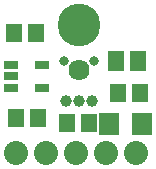
<source format=gts>
G75*
%MOIN*%
%OFA0B0*%
%FSLAX25Y25*%
%IPPOS*%
%LPD*%
%AMOC8*
5,1,8,0,0,1.08239X$1,22.5*
%
%ADD10R,0.05518X0.06306*%
%ADD11R,0.05124X0.02565*%
%ADD12C,0.08000*%
%ADD13C,0.14243*%
%ADD14C,0.03943*%
%ADD15C,0.03156*%
%ADD16C,0.07014*%
%ADD17C,0.03746*%
%ADD18R,0.06699X0.07487*%
%ADD19R,0.05518X0.06699*%
D10*
X0009062Y0023000D03*
X0016542Y0023000D03*
X0026062Y0021500D03*
X0033542Y0021500D03*
X0043062Y0031500D03*
X0050542Y0031500D03*
X0016042Y0051500D03*
X0008562Y0051500D03*
D11*
X0007683Y0040740D03*
X0007683Y0037000D03*
X0007683Y0033260D03*
X0017920Y0033260D03*
X0017920Y0040740D03*
D12*
X0009302Y0011500D03*
X0019302Y0011500D03*
X0029302Y0011500D03*
X0039302Y0011500D03*
X0049302Y0011500D03*
D13*
X0030302Y0054000D03*
D14*
X0030302Y0028685D03*
X0025971Y0028685D03*
X0034633Y0028685D03*
D15*
X0035302Y0042110D03*
X0025302Y0042110D03*
D16*
X0030302Y0039000D03*
D17*
X0030302Y0039000D03*
D18*
X0040290Y0021000D03*
X0051314Y0021000D03*
D19*
X0050042Y0042000D03*
X0042562Y0042000D03*
M02*

</source>
